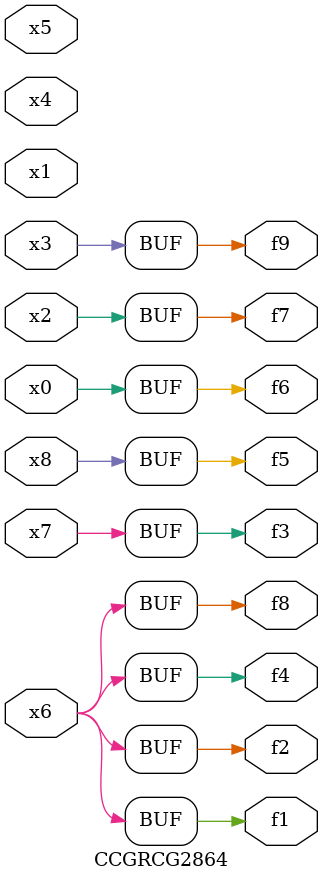
<source format=v>
module CCGRCG2864(
	input x0, x1, x2, x3, x4, x5, x6, x7, x8,
	output f1, f2, f3, f4, f5, f6, f7, f8, f9
);
	assign f1 = x6;
	assign f2 = x6;
	assign f3 = x7;
	assign f4 = x6;
	assign f5 = x8;
	assign f6 = x0;
	assign f7 = x2;
	assign f8 = x6;
	assign f9 = x3;
endmodule

</source>
